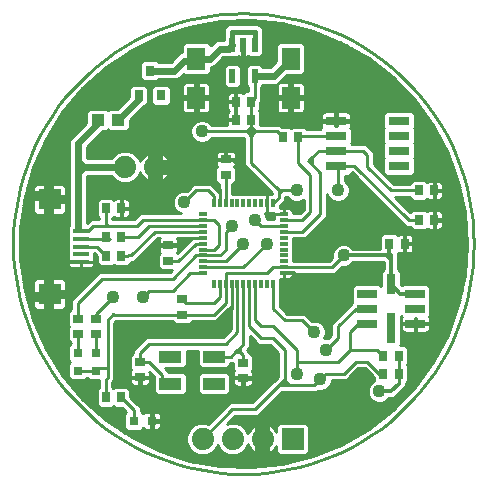
<source format=gtl>
G75*
G70*
%OFA0B0*%
%FSLAX24Y24*%
%IPPOS*%
%LPD*%
%AMOC8*
5,1,8,0,0,1.08239X$1,22.5*
%
%ADD10C,0.0100*%
%ADD11R,0.0315X0.0118*%
%ADD12R,0.0118X0.0315*%
%ADD13R,0.0748X0.0433*%
%ADD14R,0.0354X0.0276*%
%ADD15R,0.0551X0.0138*%
%ADD16R,0.0748X0.0709*%
%ADD17R,0.0276X0.0354*%
%ADD18R,0.0217X0.0472*%
%ADD19R,0.0630X0.0748*%
%ADD20R,0.0315X0.0354*%
%ADD21R,0.0433X0.0394*%
%ADD22R,0.0315X0.0315*%
%ADD23R,0.0740X0.0740*%
%ADD24C,0.0740*%
%ADD25R,0.0709X0.0315*%
%ADD26R,0.0315X0.0984*%
%ADD27R,0.0315X0.0657*%
%ADD28R,0.0657X0.0315*%
%ADD29C,0.0436*%
%ADD30C,0.0120*%
%ADD31C,0.0320*%
%ADD32C,0.0500*%
%ADD33C,0.0160*%
%ADD34C,0.0240*%
D10*
X002463Y002647D02*
X001794Y003444D01*
X001243Y004326D01*
X000820Y005277D01*
X000533Y006277D01*
X000388Y007307D01*
X000388Y008347D01*
X000533Y009378D01*
X000820Y010378D01*
X001243Y011328D01*
X001794Y012210D01*
X002463Y013007D01*
X003236Y013703D01*
X004099Y014285D01*
X005034Y014741D01*
X006023Y015063D01*
X007048Y015243D01*
X008087Y015280D01*
X009122Y015171D01*
X010132Y014919D01*
X011096Y014530D01*
X011997Y014009D01*
X012817Y013369D01*
X012817Y013369D01*
X013540Y012621D01*
X014151Y011779D01*
X014640Y010860D01*
X014995Y009883D01*
X015212Y008865D01*
X015284Y007827D01*
X015212Y006789D01*
X014995Y005772D01*
X014640Y004794D01*
X014151Y003875D01*
X013540Y003034D01*
X012817Y002285D01*
X011997Y001645D01*
X011096Y001125D01*
X010132Y000735D01*
X009122Y000483D01*
X008087Y000375D01*
X007048Y000411D01*
X006023Y000592D01*
X005034Y000913D01*
X004099Y001369D01*
X003236Y001951D01*
X002463Y002647D01*
X002501Y002613D02*
X002933Y002613D01*
X002933Y002711D02*
X002409Y002711D01*
X002327Y002810D02*
X002933Y002810D01*
X002933Y002908D02*
X002244Y002908D01*
X002161Y003007D02*
X002983Y003007D01*
X003021Y003044D02*
X002933Y002957D01*
X002933Y002461D01*
X003032Y002362D01*
X003449Y002362D01*
X003496Y002410D01*
X003544Y002362D01*
X003788Y002362D01*
X003929Y002221D01*
X003858Y002150D01*
X003858Y001694D01*
X003958Y001594D01*
X004413Y001594D01*
X004496Y001677D01*
X004498Y001672D01*
X004526Y001644D01*
X004561Y001624D01*
X004599Y001614D01*
X004747Y001614D01*
X004747Y001893D01*
X004805Y001893D01*
X004805Y001950D01*
X005083Y001950D01*
X005083Y002099D01*
X005073Y002137D01*
X005053Y002171D01*
X005026Y002199D01*
X004991Y002219D01*
X004953Y002229D01*
X004805Y002229D01*
X004805Y001950D01*
X004747Y001950D01*
X004747Y002229D01*
X004599Y002229D01*
X004561Y002219D01*
X004526Y002199D01*
X004498Y002171D01*
X004496Y002167D01*
X004413Y002249D01*
X004405Y002249D01*
X004405Y002367D01*
X004277Y002496D01*
X004060Y002712D01*
X004060Y002957D01*
X003961Y003056D01*
X003544Y003056D01*
X003496Y003009D01*
X003461Y003044D01*
X003461Y003208D01*
X003520Y003268D01*
X003520Y005177D01*
X003576Y005233D01*
X005460Y005233D01*
X005548Y005145D01*
X006043Y005145D01*
X006131Y005233D01*
X006922Y005233D01*
X007328Y005639D01*
X007410Y005721D01*
X007410Y004966D01*
X007145Y004701D01*
X004586Y004701D01*
X004287Y004401D01*
X004158Y004273D01*
X004158Y004189D01*
X003520Y004189D01*
X003520Y004287D02*
X004173Y004287D01*
X004158Y004189D02*
X004131Y004189D01*
X004031Y004089D01*
X004031Y003672D01*
X004093Y003611D01*
X004081Y003599D01*
X004061Y003565D01*
X004051Y003526D01*
X004051Y003388D01*
X004359Y003388D01*
X004359Y003350D01*
X004051Y003350D01*
X004051Y003211D01*
X004061Y003173D01*
X004081Y003139D01*
X004109Y003111D01*
X004143Y003091D01*
X004181Y003081D01*
X004359Y003081D01*
X004359Y003350D01*
X004397Y003350D01*
X004397Y003081D01*
X004575Y003081D01*
X004613Y003091D01*
X004648Y003111D01*
X004676Y003139D01*
X004695Y003173D01*
X004706Y003211D01*
X004706Y003350D01*
X004397Y003350D01*
X004397Y003388D01*
X004706Y003388D01*
X004706Y003526D01*
X004696Y003560D01*
X004844Y003413D01*
X004844Y002867D01*
X004943Y002767D01*
X005832Y002767D01*
X005932Y002867D01*
X005932Y003441D01*
X005832Y003540D01*
X005338Y003540D01*
X005214Y003665D01*
X005214Y003665D01*
X005206Y003673D01*
X005832Y003673D01*
X005932Y003772D01*
X005932Y004261D01*
X006300Y004261D01*
X006300Y003772D01*
X006400Y003673D01*
X007289Y003673D01*
X007389Y003772D01*
X007389Y003839D01*
X007466Y003839D01*
X007466Y003654D01*
X007528Y003593D01*
X007516Y003581D01*
X007496Y003546D01*
X007486Y003508D01*
X007486Y003370D01*
X007794Y003370D01*
X007794Y003332D01*
X007486Y003332D01*
X007486Y003193D01*
X007496Y003155D01*
X007516Y003121D01*
X007544Y003093D01*
X007578Y003073D01*
X007616Y003063D01*
X007794Y003063D01*
X007794Y003332D01*
X007832Y003332D01*
X007832Y003370D01*
X008140Y003370D01*
X008140Y003508D01*
X008130Y003546D01*
X008110Y003581D01*
X008098Y003593D01*
X008160Y003654D01*
X008160Y004071D01*
X008061Y004170D01*
X008033Y004170D01*
X008033Y004192D01*
X007941Y004284D01*
X008047Y004390D01*
X008047Y004737D01*
X008198Y004586D01*
X008327Y004458D01*
X008720Y004458D01*
X008985Y004193D01*
X008985Y003391D01*
X008917Y003323D01*
X008130Y002535D01*
X007369Y002535D01*
X006657Y001824D01*
X006571Y001859D01*
X006357Y001859D01*
X006158Y001777D01*
X006006Y001625D01*
X005924Y001427D01*
X005924Y001212D01*
X006006Y001014D01*
X006158Y000862D01*
X006357Y000779D01*
X006571Y000779D01*
X006770Y000862D01*
X006922Y001014D01*
X006964Y001115D01*
X007006Y001014D01*
X007158Y000862D01*
X007357Y000779D01*
X007571Y000779D01*
X007770Y000862D01*
X007922Y001014D01*
X007975Y001142D01*
X007982Y001120D01*
X008019Y001047D01*
X008067Y000981D01*
X008125Y000923D01*
X008191Y000875D01*
X008264Y000838D01*
X008342Y000812D01*
X008414Y000801D01*
X008414Y001269D01*
X008514Y001269D01*
X008514Y000801D01*
X008586Y000812D01*
X008664Y000838D01*
X008737Y000875D01*
X008803Y000923D01*
X008861Y000981D01*
X008909Y001047D01*
X008924Y001077D01*
X008924Y000879D01*
X009024Y000779D01*
X009904Y000779D01*
X010004Y000879D01*
X010004Y001760D01*
X009904Y001859D01*
X009024Y001859D01*
X008924Y001760D01*
X008924Y001562D01*
X008909Y001592D01*
X008861Y001658D01*
X008803Y001716D01*
X008737Y001764D01*
X008664Y001801D01*
X008586Y001827D01*
X008514Y001838D01*
X008514Y001369D01*
X008414Y001369D01*
X008414Y001838D01*
X008342Y001827D01*
X008264Y001801D01*
X008191Y001764D01*
X008125Y001716D01*
X008067Y001658D01*
X008019Y001592D01*
X007982Y001519D01*
X007975Y001497D01*
X007922Y001625D01*
X007770Y001777D01*
X007571Y001859D01*
X007357Y001859D01*
X007286Y001830D01*
X007551Y002095D01*
X008312Y002095D01*
X008441Y002224D01*
X008441Y002224D01*
X009099Y002883D01*
X010280Y002883D01*
X010309Y002911D01*
X010463Y002911D01*
X010606Y002971D01*
X010715Y003080D01*
X010774Y003222D01*
X010774Y003276D01*
X011265Y003276D01*
X011394Y003405D01*
X011658Y003670D01*
X011870Y003670D01*
X012135Y003405D01*
X012185Y003355D01*
X012185Y003256D01*
X012135Y003235D01*
X012026Y003126D01*
X011967Y002983D01*
X011967Y002829D01*
X012026Y002686D01*
X012135Y002577D01*
X012278Y002518D01*
X012432Y002518D01*
X012575Y002577D01*
X012674Y002676D01*
X012844Y002676D01*
X012978Y002811D01*
X013234Y003067D01*
X013234Y003171D01*
X013312Y003249D01*
X013312Y003744D01*
X013264Y003792D01*
X013312Y003839D01*
X013312Y004335D01*
X013213Y004434D01*
X013060Y004434D01*
X013076Y004450D01*
X013076Y005421D01*
X013103Y005394D01*
X013093Y005377D01*
X013083Y005339D01*
X013083Y005191D01*
X013533Y005191D01*
X013533Y005334D01*
X013590Y005334D01*
X013590Y005191D01*
X013533Y005191D01*
X013533Y005133D01*
X013590Y005133D01*
X013590Y004854D01*
X013910Y004854D01*
X013948Y004865D01*
X013982Y004884D01*
X014010Y004912D01*
X014030Y004946D01*
X014040Y004985D01*
X014040Y005133D01*
X013590Y005133D01*
X013590Y005191D01*
X014040Y005191D01*
X014040Y005339D01*
X014030Y005377D01*
X014020Y005394D01*
X014060Y005434D01*
X014060Y005890D01*
X014038Y005912D01*
X014060Y005934D01*
X014060Y006390D01*
X013961Y006489D01*
X013162Y006489D01*
X013111Y006438D01*
X013076Y006473D01*
X013076Y006874D01*
X012978Y006971D01*
X012978Y007526D01*
X013005Y007510D01*
X013044Y007500D01*
X013182Y007500D01*
X013182Y007808D01*
X013220Y007808D01*
X013220Y007500D01*
X013359Y007500D01*
X013397Y007510D01*
X013431Y007530D01*
X013459Y007558D01*
X013479Y007592D01*
X013489Y007630D01*
X013489Y007808D01*
X013220Y007808D01*
X013220Y007846D01*
X013182Y007846D01*
X013182Y008154D01*
X013044Y008154D01*
X013005Y008144D01*
X012971Y008124D01*
X012959Y008112D01*
X012898Y008174D01*
X012481Y008174D01*
X012382Y008075D01*
X012382Y007663D01*
X011492Y007663D01*
X011393Y007762D01*
X011251Y007822D01*
X011096Y007822D01*
X010954Y007762D01*
X010845Y007653D01*
X010786Y007511D01*
X010786Y007356D01*
X010689Y007260D01*
X009493Y007260D01*
X009493Y008001D01*
X009887Y008001D01*
X010016Y008130D01*
X010477Y008591D01*
X010606Y008720D01*
X010606Y009479D01*
X010648Y009379D01*
X010757Y009270D01*
X010900Y009211D01*
X011054Y009211D01*
X011197Y009270D01*
X011306Y009379D01*
X011365Y009522D01*
X011365Y009676D01*
X011306Y009819D01*
X011197Y009928D01*
X011197Y010096D01*
X011336Y010096D01*
X011435Y010196D01*
X011435Y010204D01*
X011439Y010204D01*
X013119Y008523D01*
X013248Y008395D01*
X013366Y008395D01*
X013366Y008367D01*
X013465Y008267D01*
X013882Y008267D01*
X013944Y008329D01*
X013956Y008317D01*
X013990Y008298D01*
X014028Y008287D01*
X014167Y008287D01*
X014167Y008596D01*
X014204Y008596D01*
X014204Y008287D01*
X014343Y008287D01*
X014381Y008298D01*
X014415Y008317D01*
X014443Y008345D01*
X014463Y008380D01*
X014473Y008418D01*
X014473Y008596D01*
X014204Y008596D01*
X014204Y008633D01*
X014473Y008633D01*
X014473Y008811D01*
X014463Y008850D01*
X014443Y008884D01*
X014415Y008912D01*
X014381Y008932D01*
X014343Y008942D01*
X014204Y008942D01*
X014204Y008633D01*
X014167Y008633D01*
X014167Y008942D01*
X014028Y008942D01*
X013990Y008932D01*
X013956Y008912D01*
X013944Y008900D01*
X013882Y008962D01*
X013465Y008962D01*
X013384Y008880D01*
X012886Y009379D01*
X013366Y009379D01*
X013366Y009351D01*
X013465Y009252D01*
X013882Y009252D01*
X013944Y009313D01*
X013956Y009302D01*
X013990Y009282D01*
X014028Y009272D01*
X014167Y009272D01*
X014167Y009580D01*
X014204Y009580D01*
X014204Y009272D01*
X014343Y009272D01*
X014381Y009282D01*
X014415Y009302D01*
X014443Y009330D01*
X014463Y009364D01*
X014473Y009402D01*
X014473Y009580D01*
X014204Y009580D01*
X014204Y009618D01*
X014167Y009618D01*
X014167Y009926D01*
X014028Y009926D01*
X013990Y009916D01*
X013956Y009896D01*
X013944Y009884D01*
X013882Y009946D01*
X013465Y009946D01*
X013366Y009846D01*
X013366Y009819D01*
X012840Y009819D01*
X012181Y010477D01*
X012181Y010871D01*
X012052Y011000D01*
X011908Y011144D01*
X011435Y011144D01*
X011435Y011152D01*
X011413Y011174D01*
X011435Y011196D01*
X011435Y011652D01*
X011395Y011691D01*
X011405Y011708D01*
X011415Y011746D01*
X011415Y011895D01*
X010940Y011895D01*
X010940Y011952D01*
X011415Y011952D01*
X011415Y012101D01*
X011405Y012139D01*
X011385Y012173D01*
X011357Y012201D01*
X011323Y012221D01*
X011285Y012231D01*
X010940Y012231D01*
X010940Y011952D01*
X010882Y011952D01*
X010882Y011895D01*
X010407Y011895D01*
X010407Y011746D01*
X010417Y011708D01*
X010427Y011691D01*
X010387Y011652D01*
X010387Y011644D01*
X009940Y011644D01*
X009866Y011718D01*
X009450Y011718D01*
X009402Y011670D01*
X009354Y011718D01*
X009110Y011718D01*
X009040Y011787D01*
X008391Y011787D01*
X008391Y012209D01*
X008343Y012256D01*
X008391Y012304D01*
X008391Y012548D01*
X008421Y012579D01*
X008421Y013053D01*
X008479Y013111D01*
X008479Y013128D01*
X008889Y013128D01*
X008975Y013163D01*
X008967Y013155D01*
X008947Y013121D01*
X008937Y013083D01*
X008937Y012739D01*
X009352Y012739D01*
X009352Y012639D01*
X009452Y012639D01*
X009452Y012165D01*
X009737Y012165D01*
X009775Y012176D01*
X009809Y012195D01*
X009837Y012223D01*
X009857Y012257D01*
X009867Y012296D01*
X009867Y012639D01*
X009452Y012639D01*
X009452Y012739D01*
X009867Y012739D01*
X009867Y013083D01*
X009857Y013121D01*
X009837Y013155D01*
X009809Y013183D01*
X009775Y013203D01*
X009737Y013213D01*
X009452Y013213D01*
X009452Y012739D01*
X009352Y012739D01*
X009352Y013213D01*
X009067Y013213D01*
X009029Y013203D01*
X009023Y013200D01*
X009268Y013445D01*
X009787Y013445D01*
X009887Y013544D01*
X009887Y014433D01*
X009787Y014533D01*
X009017Y014533D01*
X008917Y014433D01*
X008917Y013914D01*
X008711Y013708D01*
X008479Y013708D01*
X008479Y013724D01*
X008380Y013824D01*
X008022Y013824D01*
X007923Y013724D01*
X007923Y013504D01*
X007911Y013475D01*
X007911Y013360D01*
X007923Y013332D01*
X007923Y013111D01*
X007981Y013053D01*
X007981Y012899D01*
X007875Y012899D01*
X007813Y012837D01*
X007801Y012849D01*
X007767Y012869D01*
X007729Y012879D01*
X007590Y012879D01*
X007590Y012570D01*
X007552Y012570D01*
X007552Y012533D01*
X007283Y012533D01*
X007283Y012355D01*
X007294Y012317D01*
X007313Y012282D01*
X007339Y012256D01*
X007313Y012230D01*
X007294Y012196D01*
X007283Y012158D01*
X007283Y011980D01*
X007552Y011980D01*
X007552Y011942D01*
X007283Y011942D01*
X007283Y011787D01*
X006778Y011787D01*
X006669Y011896D01*
X006526Y011955D01*
X006372Y011955D01*
X006229Y011896D01*
X006120Y011787D01*
X006061Y011645D01*
X006061Y011490D01*
X006120Y011347D01*
X006229Y011238D01*
X006372Y011179D01*
X006526Y011179D01*
X006669Y011238D01*
X006778Y011347D01*
X007854Y011347D01*
X007863Y011338D01*
X007863Y010433D01*
X008788Y009508D01*
X008788Y009493D01*
X008682Y009493D01*
X008662Y009473D01*
X008615Y009473D01*
X008615Y009426D01*
X008615Y009426D01*
X008615Y009426D01*
X008615Y009473D01*
X008567Y009473D01*
X008547Y009493D01*
X007457Y009493D01*
X007457Y009823D01*
X007484Y009823D01*
X007584Y009922D01*
X007584Y010339D01*
X007522Y010400D01*
X007534Y010412D01*
X007554Y010446D01*
X007564Y010485D01*
X007564Y010623D01*
X007256Y010623D01*
X007256Y010661D01*
X007564Y010661D01*
X007564Y010800D01*
X007554Y010838D01*
X007534Y010872D01*
X007506Y010900D01*
X007472Y010920D01*
X007434Y010930D01*
X007256Y010930D01*
X007256Y010661D01*
X007218Y010661D01*
X007218Y010930D01*
X007040Y010930D01*
X007002Y010920D01*
X006967Y010900D01*
X006939Y010872D01*
X006920Y010838D01*
X006909Y010800D01*
X006909Y010661D01*
X007218Y010661D01*
X007218Y010623D01*
X006909Y010623D01*
X006909Y010485D01*
X006920Y010446D01*
X006939Y010412D01*
X006951Y010400D01*
X006889Y010339D01*
X006889Y009922D01*
X006989Y009823D01*
X007017Y009823D01*
X007017Y009539D01*
X006866Y009690D01*
X006737Y009819D01*
X006161Y009819D01*
X006032Y009690D01*
X005936Y009593D01*
X005781Y009593D01*
X005639Y009534D01*
X005530Y009425D01*
X005471Y009282D01*
X005471Y009128D01*
X005530Y008985D01*
X005639Y008876D01*
X005739Y008835D01*
X004390Y008835D01*
X004193Y008638D01*
X003461Y008638D01*
X003461Y008673D01*
X003511Y008723D01*
X003522Y008711D01*
X003557Y008691D01*
X003595Y008681D01*
X003733Y008681D01*
X003733Y008989D01*
X003771Y008989D01*
X003771Y008681D01*
X003910Y008681D01*
X003948Y008691D01*
X003982Y008711D01*
X004010Y008739D01*
X004030Y008773D01*
X004040Y008811D01*
X004040Y008989D01*
X003771Y008989D01*
X003771Y009027D01*
X003733Y009027D01*
X003733Y009335D01*
X003595Y009335D01*
X003557Y009325D01*
X003522Y009305D01*
X003511Y009294D01*
X003449Y009355D01*
X003032Y009355D01*
X002933Y009256D01*
X002933Y008761D01*
X003021Y008673D01*
X003021Y008638D01*
X002736Y008638D01*
X002605Y008507D01*
X002605Y010090D01*
X002612Y010096D01*
X003410Y010096D01*
X003417Y010080D01*
X003569Y009928D01*
X003767Y009846D01*
X003982Y009846D01*
X004180Y009928D01*
X004332Y010080D01*
X004385Y010209D01*
X004393Y010187D01*
X004430Y010114D01*
X004478Y010047D01*
X004536Y009990D01*
X004602Y009941D01*
X004675Y009904D01*
X004753Y009879D01*
X004824Y009868D01*
X004824Y010336D01*
X004924Y010336D01*
X004924Y009868D01*
X004996Y009879D01*
X005074Y009904D01*
X005147Y009941D01*
X005213Y009990D01*
X005271Y010047D01*
X005319Y010114D01*
X005356Y010187D01*
X005382Y010264D01*
X005393Y010336D01*
X004924Y010336D01*
X004924Y010436D01*
X004824Y010436D01*
X004824Y010905D01*
X004753Y010893D01*
X004675Y010868D01*
X004602Y010831D01*
X004536Y010783D01*
X004478Y010725D01*
X004430Y010659D01*
X004393Y010586D01*
X004385Y010564D01*
X004332Y010692D01*
X004180Y010844D01*
X003982Y010926D01*
X003767Y010926D01*
X003569Y010844D01*
X003417Y010692D01*
X003410Y010676D01*
X002612Y010676D01*
X002605Y010683D01*
X002605Y011054D01*
X003146Y011594D01*
X003268Y011594D01*
X003315Y011642D01*
X003363Y011594D01*
X003937Y011594D01*
X004037Y011694D01*
X004037Y011937D01*
X004516Y012417D01*
X004563Y012417D01*
X004663Y012517D01*
X004663Y013012D01*
X004563Y013111D01*
X004107Y013111D01*
X004008Y013012D01*
X004008Y012729D01*
X003607Y012328D01*
X003363Y012328D01*
X003315Y012280D01*
X003268Y012328D01*
X002694Y012328D01*
X002594Y012228D01*
X002594Y011863D01*
X002151Y011419D01*
X002070Y011338D01*
X002025Y011231D01*
X002025Y008439D01*
X001967Y008380D01*
X001967Y007334D01*
X001988Y007312D01*
X001987Y007306D01*
X001987Y007217D01*
X002412Y007217D01*
X002412Y007217D01*
X001987Y007217D01*
X001987Y007128D01*
X001997Y007090D01*
X002017Y007056D01*
X002045Y007028D01*
X002079Y007008D01*
X002117Y006998D01*
X002412Y006998D01*
X002412Y007217D01*
X002412Y007217D01*
X002412Y006998D01*
X002708Y006998D01*
X002746Y007008D01*
X002780Y007028D01*
X002808Y007056D01*
X002828Y007090D01*
X002838Y007128D01*
X002838Y007217D01*
X002838Y007306D01*
X002836Y007312D01*
X002858Y007334D01*
X002858Y007509D01*
X002860Y007509D01*
X002944Y007425D01*
X002944Y007181D01*
X003043Y007082D01*
X003460Y007082D01*
X003507Y007129D01*
X003555Y007082D01*
X003972Y007082D01*
X004071Y007181D01*
X004071Y007213D01*
X004090Y007213D01*
X004178Y007213D01*
X004180Y007216D01*
X004183Y007216D01*
X004244Y007280D01*
X004966Y008001D01*
X005034Y008001D01*
X005030Y007996D01*
X005010Y007962D01*
X005000Y007924D01*
X005000Y007785D01*
X005308Y007785D01*
X005308Y007748D01*
X005000Y007748D01*
X005000Y007609D01*
X005010Y007571D01*
X005030Y007537D01*
X005042Y007525D01*
X004980Y007463D01*
X004980Y007047D01*
X005080Y006947D01*
X005455Y006947D01*
X005374Y006866D01*
X003012Y006866D01*
X002224Y006079D01*
X002095Y005950D01*
X002095Y005635D01*
X002068Y005635D01*
X001968Y005535D01*
X001968Y005119D01*
X002016Y005071D01*
X001968Y005024D01*
X001968Y004607D01*
X002068Y004508D01*
X002082Y004508D01*
X001988Y004413D01*
X001988Y003958D01*
X002055Y003890D01*
X001988Y003823D01*
X001988Y003367D01*
X002087Y003267D01*
X002543Y003267D01*
X002611Y003335D01*
X002678Y003267D01*
X003021Y003267D01*
X003021Y003044D01*
X003021Y003105D02*
X002079Y003105D01*
X001996Y003204D02*
X003021Y003204D01*
X003241Y003300D02*
X003241Y002709D01*
X002933Y002514D02*
X002611Y002514D01*
X002720Y002416D02*
X002979Y002416D01*
X002829Y002317D02*
X003833Y002317D01*
X003927Y002219D02*
X002939Y002219D01*
X003048Y002120D02*
X003858Y002120D01*
X003858Y002022D02*
X003158Y002022D01*
X003277Y001923D02*
X003858Y001923D01*
X003858Y001825D02*
X003423Y001825D01*
X003569Y001726D02*
X003858Y001726D01*
X003924Y001628D02*
X003715Y001628D01*
X003861Y001529D02*
X005966Y001529D01*
X005926Y001431D02*
X004008Y001431D01*
X004175Y001332D02*
X005924Y001332D01*
X005924Y001234D02*
X004377Y001234D01*
X004578Y001135D02*
X005956Y001135D01*
X005997Y001037D02*
X004780Y001037D01*
X004982Y000938D02*
X006082Y000938D01*
X006212Y000840D02*
X005260Y000840D01*
X005563Y000741D02*
X010146Y000741D01*
X009964Y000840D02*
X010390Y000840D01*
X010634Y000938D02*
X010004Y000938D01*
X010004Y001037D02*
X010878Y001037D01*
X011114Y001135D02*
X010004Y001135D01*
X010004Y001234D02*
X011285Y001234D01*
X011455Y001332D02*
X010004Y001332D01*
X010004Y001431D02*
X011626Y001431D01*
X011796Y001529D02*
X010004Y001529D01*
X010004Y001628D02*
X011967Y001628D01*
X012101Y001726D02*
X010004Y001726D01*
X009939Y001825D02*
X012227Y001825D01*
X012353Y001923D02*
X007379Y001923D01*
X007477Y002022D02*
X012479Y002022D01*
X012605Y002120D02*
X008337Y002120D01*
X008435Y002219D02*
X012731Y002219D01*
X012847Y002317D02*
X008534Y002317D01*
X008632Y002416D02*
X012943Y002416D01*
X013038Y002514D02*
X008731Y002514D01*
X008829Y002613D02*
X012099Y002613D01*
X012015Y002711D02*
X008928Y002711D01*
X009026Y002810D02*
X011975Y002810D01*
X011967Y002908D02*
X010306Y002908D01*
X010189Y003103D02*
X009363Y003103D01*
X009205Y003260D01*
X009205Y003103D01*
X009008Y003103D01*
X008221Y002315D01*
X007460Y002315D01*
X006464Y001319D01*
X006846Y000938D02*
X007082Y000938D01*
X006997Y001037D02*
X006931Y001037D01*
X006716Y000840D02*
X007212Y000840D01*
X006851Y000446D02*
X008763Y000446D01*
X008667Y000840D02*
X008964Y000840D01*
X008924Y000938D02*
X008818Y000938D01*
X008901Y001037D02*
X008924Y001037D01*
X008514Y001037D02*
X008414Y001037D01*
X008414Y001135D02*
X008514Y001135D01*
X008514Y001234D02*
X008414Y001234D01*
X008414Y001431D02*
X008514Y001431D01*
X008514Y001529D02*
X008414Y001529D01*
X008414Y001628D02*
X008514Y001628D01*
X008514Y001726D02*
X008414Y001726D01*
X008414Y001825D02*
X008514Y001825D01*
X008592Y001825D02*
X008989Y001825D01*
X008924Y001726D02*
X008789Y001726D01*
X008883Y001628D02*
X008924Y001628D01*
X008336Y001825D02*
X007656Y001825D01*
X007821Y001726D02*
X008139Y001726D01*
X008045Y001628D02*
X007920Y001628D01*
X007962Y001529D02*
X007987Y001529D01*
X007972Y001135D02*
X007977Y001135D01*
X007931Y001037D02*
X008027Y001037D01*
X008110Y000938D02*
X007846Y000938D01*
X007716Y000840D02*
X008261Y000840D01*
X008414Y000840D02*
X008514Y000840D01*
X008514Y000938D02*
X008414Y000938D01*
X009366Y000544D02*
X006293Y000544D01*
X005866Y000643D02*
X009761Y000643D01*
X008207Y002613D02*
X004160Y002613D01*
X004062Y002711D02*
X008305Y002711D01*
X008404Y002810D02*
X007331Y002810D01*
X007289Y002767D02*
X007389Y002867D01*
X007389Y003441D01*
X007289Y003540D01*
X006400Y003540D01*
X006300Y003441D01*
X006300Y002867D01*
X006400Y002767D01*
X007289Y002767D01*
X007389Y002908D02*
X008502Y002908D01*
X008601Y003007D02*
X007389Y003007D01*
X007389Y003105D02*
X007532Y003105D01*
X007486Y003204D02*
X007389Y003204D01*
X007389Y003302D02*
X007486Y003302D01*
X007486Y003401D02*
X007389Y003401D01*
X007330Y003499D02*
X007486Y003499D01*
X007523Y003598D02*
X005281Y003598D01*
X005122Y003445D02*
X004687Y003881D01*
X004378Y003881D01*
X004378Y004181D01*
X004678Y004481D01*
X007237Y004481D01*
X007630Y004874D01*
X007630Y006489D01*
X007433Y006489D02*
X007433Y005662D01*
X007040Y005268D01*
X007040Y005071D01*
X004481Y005071D01*
X003890Y004481D01*
X003890Y003300D01*
X004756Y002433D01*
X004756Y001922D01*
X004805Y001923D02*
X006756Y001923D01*
X006658Y001825D02*
X006656Y001825D01*
X006855Y002022D02*
X005083Y002022D01*
X005078Y002120D02*
X006953Y002120D01*
X007052Y002219D02*
X004992Y002219D01*
X004805Y002219D02*
X004747Y002219D01*
X004747Y002120D02*
X004805Y002120D01*
X004805Y002022D02*
X004747Y002022D01*
X004805Y001893D02*
X005083Y001893D01*
X005083Y001744D01*
X005073Y001706D01*
X005053Y001672D01*
X005026Y001644D01*
X004991Y001624D01*
X004953Y001614D01*
X004805Y001614D01*
X004805Y001893D01*
X004805Y001825D02*
X004747Y001825D01*
X004747Y001726D02*
X004805Y001726D01*
X004805Y001628D02*
X004747Y001628D01*
X004555Y001628D02*
X004447Y001628D01*
X004185Y001922D02*
X004185Y002276D01*
X003752Y002709D01*
X004060Y002810D02*
X004901Y002810D01*
X004844Y002908D02*
X004060Y002908D01*
X004010Y003007D02*
X004844Y003007D01*
X004844Y003105D02*
X004637Y003105D01*
X004703Y003204D02*
X004844Y003204D01*
X004844Y003302D02*
X004706Y003302D01*
X004706Y003401D02*
X004844Y003401D01*
X004758Y003499D02*
X004706Y003499D01*
X004397Y003302D02*
X004359Y003302D01*
X004359Y003204D02*
X004397Y003204D01*
X004397Y003105D02*
X004359Y003105D01*
X004120Y003105D02*
X003461Y003105D01*
X003461Y003204D02*
X004053Y003204D01*
X004051Y003302D02*
X003520Y003302D01*
X003520Y003401D02*
X004051Y003401D01*
X004051Y003499D02*
X003520Y003499D01*
X003520Y003598D02*
X004080Y003598D01*
X004031Y003696D02*
X003520Y003696D01*
X003520Y003795D02*
X004031Y003795D01*
X004031Y003893D02*
X003520Y003893D01*
X003520Y003992D02*
X004031Y003992D01*
X004032Y004090D02*
X003520Y004090D01*
X003520Y004386D02*
X004271Y004386D01*
X004370Y004484D02*
X003520Y004484D01*
X003520Y004583D02*
X004468Y004583D01*
X004567Y004681D02*
X003520Y004681D01*
X003520Y004780D02*
X007224Y004780D01*
X007323Y004878D02*
X003520Y004878D01*
X003520Y004977D02*
X007410Y004977D01*
X007410Y005075D02*
X003520Y005075D01*
X003520Y005174D02*
X005520Y005174D01*
X005796Y005453D02*
X003508Y005453D01*
X003496Y005465D01*
X003300Y005268D01*
X003300Y003693D01*
X003300Y003359D01*
X003241Y003300D01*
X003300Y003693D02*
X003004Y003693D01*
X002906Y003595D01*
X002315Y003595D01*
X002053Y003302D02*
X001913Y003302D01*
X001988Y003401D02*
X001831Y003401D01*
X001760Y003499D02*
X001988Y003499D01*
X001988Y003598D02*
X001698Y003598D01*
X001637Y003696D02*
X001988Y003696D01*
X001988Y003795D02*
X001575Y003795D01*
X001514Y003893D02*
X002052Y003893D01*
X001988Y003992D02*
X001452Y003992D01*
X001390Y004090D02*
X001988Y004090D01*
X001988Y004189D02*
X001329Y004189D01*
X001267Y004287D02*
X001988Y004287D01*
X001988Y004386D02*
X001216Y004386D01*
X001173Y004484D02*
X002059Y004484D01*
X001993Y004583D02*
X001129Y004583D01*
X001085Y004681D02*
X001968Y004681D01*
X001968Y004780D02*
X001041Y004780D01*
X000997Y004878D02*
X001968Y004878D01*
X001968Y004977D02*
X000953Y004977D01*
X000910Y005075D02*
X002012Y005075D01*
X001968Y005174D02*
X000866Y005174D01*
X000822Y005272D02*
X001968Y005272D01*
X001968Y005371D02*
X000793Y005371D01*
X000765Y005469D02*
X001968Y005469D01*
X002000Y005568D02*
X000736Y005568D01*
X000708Y005666D02*
X000888Y005666D01*
X000924Y005630D02*
X000825Y005729D01*
X000825Y006579D01*
X000924Y006678D01*
X001813Y006678D01*
X001913Y006579D01*
X001913Y005729D01*
X001813Y005630D01*
X000924Y005630D01*
X000825Y005765D02*
X000680Y005765D01*
X000652Y005863D02*
X000825Y005863D01*
X000825Y005962D02*
X000623Y005962D01*
X000595Y006060D02*
X000825Y006060D01*
X000825Y006159D02*
X000567Y006159D01*
X000539Y006257D02*
X000825Y006257D01*
X000825Y006356D02*
X000522Y006356D01*
X000508Y006454D02*
X000825Y006454D01*
X000825Y006553D02*
X000494Y006553D01*
X000480Y006651D02*
X000897Y006651D01*
X001252Y006843D02*
X001331Y007119D01*
X001331Y007040D01*
X001410Y007119D01*
X001410Y006961D01*
X001528Y007000D01*
X001449Y007040D01*
X001489Y007040D02*
X001410Y006843D01*
X001410Y006922D01*
X001489Y007000D01*
X001528Y007000D02*
X001607Y006961D01*
X001489Y007079D01*
X001489Y007158D01*
X001607Y007237D01*
X001528Y007237D01*
X001489Y007197D01*
X001489Y007158D01*
X001489Y007197D02*
X001410Y007119D01*
X001331Y007119D02*
X001331Y007237D01*
X001331Y007729D01*
X001331Y007748D02*
X001331Y008575D01*
X000924Y008779D02*
X000825Y008879D01*
X000825Y009728D01*
X000924Y009828D01*
X001813Y009828D01*
X001913Y009728D01*
X001913Y008879D01*
X001813Y008779D01*
X000924Y008779D01*
X000886Y008818D02*
X000454Y008818D01*
X000440Y008720D02*
X002025Y008720D01*
X002025Y008818D02*
X001852Y008818D01*
X001913Y008917D02*
X002025Y008917D01*
X002025Y009015D02*
X001913Y009015D01*
X001913Y009114D02*
X002025Y009114D01*
X002025Y009212D02*
X001913Y009212D01*
X001922Y009205D02*
X001725Y009205D01*
X001725Y009402D01*
X001331Y009402D01*
X001725Y009402D02*
X001922Y009205D01*
X001922Y009402D01*
X001725Y009205D01*
X001725Y009402D02*
X001922Y009402D01*
X001913Y009409D02*
X002025Y009409D01*
X002025Y009311D02*
X001913Y009311D01*
X001913Y009508D02*
X002025Y009508D01*
X002025Y009606D02*
X001913Y009606D01*
X001913Y009705D02*
X002025Y009705D01*
X002025Y009803D02*
X001838Y009803D01*
X002025Y009902D02*
X000683Y009902D01*
X000711Y010000D02*
X002025Y010000D01*
X002025Y010099D02*
X000740Y010099D01*
X000768Y010197D02*
X002025Y010197D01*
X002025Y010296D02*
X000796Y010296D01*
X000827Y010394D02*
X002025Y010394D01*
X002025Y010493D02*
X000871Y010493D01*
X000915Y010591D02*
X002025Y010591D01*
X002025Y010690D02*
X000959Y010690D01*
X001002Y010788D02*
X002025Y010788D01*
X002025Y010887D02*
X001046Y010887D01*
X001090Y010985D02*
X002025Y010985D01*
X002025Y011084D02*
X001134Y011084D01*
X001178Y011182D02*
X002025Y011182D01*
X002046Y011281D02*
X001222Y011281D01*
X001275Y011379D02*
X002111Y011379D01*
X002151Y011419D02*
X002151Y011419D01*
X002209Y011478D02*
X001336Y011478D01*
X001398Y011576D02*
X002308Y011576D01*
X002406Y011675D02*
X001459Y011675D01*
X001521Y011773D02*
X002505Y011773D01*
X002594Y011872D02*
X001582Y011872D01*
X001644Y011970D02*
X002594Y011970D01*
X002594Y012069D02*
X001706Y012069D01*
X001767Y012167D02*
X002594Y012167D01*
X002631Y012266D02*
X001840Y012266D01*
X001923Y012364D02*
X003643Y012364D01*
X003741Y012463D02*
X002006Y012463D01*
X002088Y012561D02*
X003840Y012561D01*
X003938Y012660D02*
X002171Y012660D01*
X002254Y012758D02*
X004008Y012758D01*
X004008Y012857D02*
X002336Y012857D01*
X002419Y012955D02*
X004008Y012955D01*
X004049Y013054D02*
X002514Y013054D01*
X002624Y013152D02*
X005815Y013152D01*
X005817Y013155D02*
X005798Y013121D01*
X005787Y013083D01*
X005787Y012739D01*
X006202Y012739D01*
X006202Y012639D01*
X006302Y012639D01*
X006302Y012165D01*
X006587Y012165D01*
X006625Y012176D01*
X006659Y012195D01*
X006687Y012223D01*
X006707Y012257D01*
X006717Y012296D01*
X006717Y012639D01*
X006302Y012639D01*
X006302Y012739D01*
X006202Y012739D01*
X006202Y013213D01*
X005918Y013213D01*
X005880Y013203D01*
X005845Y013183D01*
X005817Y013155D01*
X005787Y013054D02*
X005369Y013054D01*
X005411Y013012D02*
X005311Y013111D01*
X004855Y013111D01*
X004756Y013012D01*
X004756Y012517D01*
X004855Y012417D01*
X005311Y012417D01*
X005411Y012517D01*
X005411Y013012D01*
X005411Y012955D02*
X005787Y012955D01*
X005787Y012857D02*
X005411Y012857D01*
X005411Y012758D02*
X005787Y012758D01*
X005787Y012639D02*
X005787Y012296D01*
X005798Y012257D01*
X005817Y012223D01*
X005845Y012195D01*
X005880Y012176D01*
X005918Y012165D01*
X006202Y012165D01*
X006202Y012639D01*
X005787Y012639D01*
X005787Y012561D02*
X005411Y012561D01*
X005411Y012660D02*
X006202Y012660D01*
X006202Y012758D02*
X006302Y012758D01*
X006302Y012739D02*
X006302Y013213D01*
X006587Y013213D01*
X006625Y013203D01*
X006659Y013183D01*
X006687Y013155D01*
X006707Y013121D01*
X006717Y013083D01*
X006717Y012739D01*
X006302Y012739D01*
X006302Y012660D02*
X007283Y012660D01*
X007283Y012748D02*
X007283Y012570D01*
X007552Y012570D01*
X007552Y012879D01*
X007414Y012879D01*
X007376Y012869D01*
X007341Y012849D01*
X007313Y012821D01*
X007294Y012787D01*
X007283Y012748D01*
X007286Y012758D02*
X006717Y012758D01*
X006717Y012857D02*
X007355Y012857D01*
X007274Y013011D02*
X007175Y013111D01*
X007175Y013724D01*
X007274Y013824D01*
X007632Y013824D01*
X007731Y013724D01*
X007731Y013111D01*
X007632Y013011D01*
X007274Y013011D01*
X007232Y013054D02*
X006717Y013054D01*
X006717Y012955D02*
X007981Y012955D01*
X007980Y013054D02*
X007674Y013054D01*
X007731Y013152D02*
X007923Y013152D01*
X007923Y013251D02*
X007731Y013251D01*
X007731Y013349D02*
X007916Y013349D01*
X007911Y013448D02*
X007731Y013448D01*
X007731Y013546D02*
X007923Y013546D01*
X007923Y013645D02*
X007731Y013645D01*
X007713Y013743D02*
X007942Y013743D01*
X008022Y014035D02*
X007992Y014065D01*
X007955Y014055D01*
X007831Y014055D01*
X007831Y014437D01*
X007823Y014437D01*
X007823Y014055D01*
X007699Y014055D01*
X007662Y014065D01*
X007632Y014035D01*
X007397Y014035D01*
X007393Y014033D01*
X007160Y014033D01*
X006869Y013743D01*
X006763Y013699D01*
X006737Y013699D01*
X006737Y013544D01*
X006638Y013445D01*
X005867Y013445D01*
X005825Y013486D01*
X005766Y013427D01*
X005684Y013345D01*
X005578Y013301D01*
X004994Y013301D01*
X004937Y013244D01*
X004481Y013244D01*
X004382Y013343D01*
X004382Y013839D01*
X004481Y013938D01*
X004937Y013938D01*
X004994Y013881D01*
X005400Y013881D01*
X005694Y014175D01*
X005767Y014206D01*
X005767Y014433D01*
X005867Y014533D01*
X006638Y014533D01*
X006737Y014433D01*
X006737Y014431D01*
X006794Y014488D01*
X006875Y014569D01*
X006982Y014613D01*
X007175Y014613D01*
X007175Y014748D01*
X007183Y014757D01*
X007183Y014944D01*
X007222Y015036D01*
X007292Y015106D01*
X007384Y015144D01*
X008271Y015144D01*
X008362Y015106D01*
X008433Y015036D01*
X008471Y014944D01*
X008471Y014757D01*
X008479Y014748D01*
X008479Y014135D01*
X008380Y014035D01*
X008022Y014035D01*
X008019Y014039D02*
X007635Y014039D01*
X007823Y014137D02*
X007831Y014137D01*
X007823Y014236D02*
X007831Y014236D01*
X007823Y014334D02*
X007831Y014334D01*
X007823Y014433D02*
X007831Y014433D01*
X007831Y014446D02*
X007831Y014644D01*
X007823Y014644D01*
X007823Y014446D01*
X007831Y014446D01*
X007823Y014531D02*
X007831Y014531D01*
X007823Y014630D02*
X007831Y014630D01*
X007453Y014441D02*
X007433Y014461D01*
X007175Y014630D02*
X004804Y014630D01*
X004602Y014531D02*
X005865Y014531D01*
X005767Y014433D02*
X004401Y014433D01*
X004199Y014334D02*
X005767Y014334D01*
X005767Y014236D02*
X004025Y014236D01*
X003879Y014137D02*
X005656Y014137D01*
X005558Y014039D02*
X003733Y014039D01*
X003587Y013940D02*
X005459Y013940D01*
X005787Y013448D02*
X005864Y013448D01*
X005688Y013349D02*
X007175Y013349D01*
X007175Y013251D02*
X004944Y013251D01*
X004797Y013054D02*
X004621Y013054D01*
X004663Y012955D02*
X004756Y012955D01*
X004756Y012857D02*
X004663Y012857D01*
X004663Y012758D02*
X004756Y012758D01*
X004756Y012660D02*
X004663Y012660D01*
X004663Y012561D02*
X004756Y012561D01*
X004810Y012463D02*
X004608Y012463D01*
X004463Y012364D02*
X005787Y012364D01*
X005787Y012463D02*
X005356Y012463D01*
X005795Y012266D02*
X004365Y012266D01*
X004266Y012167D02*
X005911Y012167D01*
X006202Y012167D02*
X006302Y012167D01*
X006302Y012266D02*
X006202Y012266D01*
X006202Y012364D02*
X006302Y012364D01*
X006302Y012463D02*
X006202Y012463D01*
X006202Y012561D02*
X006302Y012561D01*
X006302Y012857D02*
X006202Y012857D01*
X006202Y012955D02*
X006302Y012955D01*
X006302Y013054D02*
X006202Y013054D01*
X006202Y013152D02*
X006302Y013152D01*
X006689Y013152D02*
X007175Y013152D01*
X007175Y013448D02*
X006641Y013448D01*
X006737Y013546D02*
X007175Y013546D01*
X007175Y013645D02*
X006737Y013645D01*
X006870Y013743D02*
X007194Y013743D01*
X006968Y013842D02*
X008845Y013842D01*
X008917Y013940D02*
X007067Y013940D01*
X006739Y014433D02*
X006737Y014433D01*
X006639Y014531D02*
X006837Y014531D01*
X007175Y014728D02*
X005006Y014728D01*
X005296Y014827D02*
X007183Y014827D01*
X007183Y014925D02*
X005599Y014925D01*
X005902Y015024D02*
X007216Y015024D01*
X007330Y015122D02*
X006359Y015122D01*
X006918Y015221D02*
X008651Y015221D01*
X008438Y015024D02*
X009714Y015024D01*
X009319Y015122D02*
X008324Y015122D01*
X008471Y014925D02*
X010109Y014925D01*
X010361Y014827D02*
X008471Y014827D01*
X008479Y014728D02*
X010605Y014728D01*
X010849Y014630D02*
X008479Y014630D01*
X008479Y014531D02*
X009015Y014531D01*
X008917Y014433D02*
X008479Y014433D01*
X008479Y014334D02*
X008917Y014334D01*
X008917Y014236D02*
X008479Y014236D01*
X008479Y014137D02*
X008917Y014137D01*
X008917Y014039D02*
X008383Y014039D01*
X008461Y013743D02*
X008746Y013743D01*
X009173Y013349D02*
X012836Y013349D01*
X012931Y013251D02*
X009074Y013251D01*
X008965Y013152D02*
X008948Y013152D01*
X008937Y013054D02*
X008422Y013054D01*
X008421Y012955D02*
X008937Y012955D01*
X008937Y012857D02*
X008421Y012857D01*
X008421Y012758D02*
X008937Y012758D01*
X008937Y012639D02*
X008937Y012296D01*
X008947Y012257D01*
X008967Y012223D01*
X008995Y012195D01*
X009029Y012176D01*
X009067Y012165D01*
X009352Y012165D01*
X009352Y012639D01*
X008937Y012639D01*
X008937Y012561D02*
X008404Y012561D01*
X008391Y012463D02*
X008937Y012463D01*
X008937Y012364D02*
X008391Y012364D01*
X008352Y012266D02*
X008945Y012266D01*
X009061Y012167D02*
X008391Y012167D01*
X008391Y012069D02*
X010407Y012069D01*
X010407Y012101D02*
X010407Y011952D01*
X010882Y011952D01*
X010882Y012231D01*
X010537Y012231D01*
X010499Y012221D01*
X010465Y012201D01*
X010437Y012173D01*
X010417Y012139D01*
X010407Y012101D01*
X010433Y012167D02*
X009743Y012167D01*
X009859Y012266D02*
X013798Y012266D01*
X013726Y012364D02*
X009867Y012364D01*
X009867Y012463D02*
X013654Y012463D01*
X013583Y012561D02*
X009867Y012561D01*
X009867Y012758D02*
X013407Y012758D01*
X013502Y012660D02*
X009452Y012660D01*
X009452Y012758D02*
X009352Y012758D01*
X009352Y012660D02*
X008421Y012660D01*
X008201Y012670D02*
X008083Y012552D01*
X008083Y011961D01*
X008083Y011626D01*
X008083Y011567D02*
X008221Y011567D01*
X008103Y011685D01*
X008063Y011685D02*
X007945Y011567D01*
X008063Y011449D01*
X008103Y011449D02*
X008221Y011567D01*
X008949Y011567D01*
X009146Y011370D01*
X009397Y011675D02*
X009407Y011675D01*
X009055Y011773D02*
X010407Y011773D01*
X010410Y011675D02*
X009909Y011675D01*
X009711Y011424D02*
X009658Y011370D01*
X009658Y010524D01*
X010052Y010130D01*
X010052Y008870D01*
X009796Y008615D01*
X009166Y008615D01*
X009166Y008811D02*
X008615Y008811D01*
X008615Y009166D01*
X008615Y009481D01*
X007453Y010642D01*
X007237Y010642D01*
X006508Y010642D01*
X006370Y010504D01*
X006370Y010307D01*
X006292Y010386D01*
X006252Y010386D01*
X004874Y010386D01*
X004924Y010394D02*
X006945Y010394D01*
X006909Y010493D02*
X005384Y010493D01*
X005382Y010508D02*
X005356Y010586D01*
X005319Y010659D01*
X005271Y010725D01*
X005213Y010783D01*
X005147Y010831D01*
X005074Y010868D01*
X004996Y010893D01*
X004924Y010905D01*
X004924Y010436D01*
X005393Y010436D01*
X005382Y010508D01*
X005354Y010591D02*
X006909Y010591D01*
X006909Y010690D02*
X005297Y010690D01*
X005206Y010788D02*
X006909Y010788D01*
X006954Y010887D02*
X005017Y010887D01*
X004924Y010887D02*
X004824Y010887D01*
X004731Y010887D02*
X004078Y010887D01*
X004236Y010788D02*
X004543Y010788D01*
X004452Y010690D02*
X004333Y010690D01*
X004374Y010591D02*
X004395Y010591D01*
X004381Y010197D02*
X004389Y010197D01*
X004340Y010099D02*
X004441Y010099D01*
X004525Y010000D02*
X004252Y010000D01*
X004115Y009902D02*
X004683Y009902D01*
X004824Y009902D02*
X004924Y009902D01*
X004924Y010000D02*
X004824Y010000D01*
X004824Y010099D02*
X004924Y010099D01*
X004924Y010197D02*
X004824Y010197D01*
X004824Y010296D02*
X004924Y010296D01*
X004924Y010493D02*
X004824Y010493D01*
X004824Y010591D02*
X004924Y010591D01*
X004924Y010690D02*
X004824Y010690D01*
X004824Y010788D02*
X004924Y010788D01*
X005387Y010296D02*
X006889Y010296D01*
X006889Y010197D02*
X005360Y010197D01*
X005308Y010099D02*
X006889Y010099D01*
X006889Y010000D02*
X005224Y010000D01*
X005065Y009902D02*
X006910Y009902D01*
X007017Y009803D02*
X006753Y009803D01*
X006851Y009705D02*
X007017Y009705D01*
X007040Y009638D02*
X006370Y010307D01*
X006252Y010386D02*
X006370Y010504D01*
X006365Y011182D02*
X002734Y011182D01*
X002832Y011281D02*
X006187Y011281D01*
X006107Y011379D02*
X002931Y011379D01*
X003029Y011478D02*
X006066Y011478D01*
X006061Y011576D02*
X003128Y011576D01*
X002635Y011084D02*
X007863Y011084D01*
X007863Y011182D02*
X006533Y011182D01*
X006711Y011281D02*
X007863Y011281D01*
X007945Y011567D02*
X008024Y011567D01*
X008083Y011567D01*
X008083Y010524D01*
X009008Y009599D01*
X009008Y009481D01*
X009126Y009599D01*
X009008Y009599D01*
X009008Y009481D02*
X009008Y009363D01*
X008811Y009166D01*
X009040Y009084D02*
X009040Y009020D01*
X009166Y009020D01*
X009166Y008844D01*
X009166Y008844D01*
X009166Y009020D01*
X009343Y009020D01*
X009381Y009010D01*
X009415Y008991D01*
X009443Y008963D01*
X009463Y008928D01*
X009473Y008890D01*
X009473Y008835D01*
X009705Y008835D01*
X009832Y008962D01*
X009832Y009283D01*
X009819Y009270D01*
X009676Y009211D01*
X009522Y009211D01*
X009379Y009270D01*
X009270Y009379D01*
X009228Y009379D01*
X009228Y009271D01*
X009040Y009084D01*
X009070Y009114D02*
X009832Y009114D01*
X009832Y009212D02*
X009679Y009212D01*
X009518Y009212D02*
X009169Y009212D01*
X009228Y009311D02*
X009338Y009311D01*
X009363Y009015D02*
X009832Y009015D01*
X009786Y008917D02*
X009466Y008917D01*
X009166Y008917D02*
X009166Y008917D01*
X009166Y009015D02*
X009166Y009015D01*
X008906Y008811D02*
X008906Y008811D01*
X008858Y008811D01*
X008858Y008764D01*
X008838Y008744D01*
X008838Y008638D01*
X008609Y008638D01*
X008609Y008692D01*
X008550Y008834D01*
X008546Y008838D01*
X008547Y008838D01*
X008567Y008858D01*
X008615Y008858D01*
X008662Y008858D01*
X008682Y008838D01*
X008858Y008838D01*
X008858Y008811D01*
X008906Y008811D01*
X008858Y008818D02*
X008557Y008818D01*
X008615Y008858D02*
X008615Y008906D01*
X008615Y008858D01*
X008615Y008906D02*
X008615Y008906D01*
X008615Y008906D01*
X008597Y008720D02*
X008838Y008720D01*
X009166Y008418D02*
X008418Y008418D01*
X008221Y008615D01*
X007433Y008418D02*
X007237Y008221D01*
X007237Y007630D01*
X007040Y007433D01*
X006489Y007433D01*
X006252Y007433D01*
X005465Y006646D01*
X003103Y006646D01*
X002315Y005859D01*
X002315Y005327D01*
X002095Y005666D02*
X001850Y005666D01*
X001913Y005765D02*
X002095Y005765D01*
X002095Y005863D02*
X001913Y005863D01*
X001913Y005962D02*
X002107Y005962D01*
X002206Y006060D02*
X001913Y006060D01*
X001922Y006056D02*
X001725Y006252D01*
X001725Y006056D01*
X001331Y006056D01*
X001725Y006056D02*
X001922Y006252D01*
X001922Y006056D01*
X001725Y006056D01*
X001725Y006252D02*
X001922Y006252D01*
X001913Y006257D02*
X002403Y006257D01*
X002501Y006356D02*
X001913Y006356D01*
X001913Y006454D02*
X002600Y006454D01*
X002698Y006553D02*
X001913Y006553D01*
X001841Y006651D02*
X002797Y006651D01*
X002709Y006744D02*
X001823Y006744D01*
X001607Y006961D01*
X001489Y007079D02*
X001331Y007237D01*
X001528Y007237D01*
X001607Y007237D02*
X002512Y007237D01*
X002412Y007217D02*
X002838Y007217D01*
X002412Y007217D01*
X002412Y007217D01*
X002412Y007144D02*
X002412Y007144D01*
X002412Y007045D02*
X002412Y007045D01*
X002797Y007045D02*
X004981Y007045D01*
X004980Y007144D02*
X004034Y007144D01*
X004208Y007242D02*
X004980Y007242D01*
X004980Y007341D02*
X004305Y007341D01*
X004404Y007439D02*
X004980Y007439D01*
X005029Y007538D02*
X004502Y007538D01*
X004601Y007636D02*
X005000Y007636D01*
X005000Y007735D02*
X004699Y007735D01*
X004798Y007833D02*
X005000Y007833D01*
X005071Y007827D02*
X004678Y007433D01*
X004678Y007237D01*
X004382Y006941D01*
X002906Y006941D01*
X002709Y006744D01*
X002895Y006750D02*
X000467Y006750D01*
X000453Y006848D02*
X002994Y006848D01*
X002981Y007144D02*
X002838Y007144D01*
X002838Y007242D02*
X002944Y007242D01*
X002944Y007341D02*
X002858Y007341D01*
X002858Y007439D02*
X002930Y007439D01*
X002952Y007729D02*
X003252Y007429D01*
X002952Y007729D02*
X002412Y007729D01*
X002412Y007985D02*
X003369Y007985D01*
X003232Y008044D01*
X003300Y008418D02*
X002827Y008418D01*
X002650Y008241D01*
X002412Y008241D01*
X002315Y008241D01*
X002315Y008300D01*
X002412Y008241D02*
X002589Y008241D01*
X002605Y008523D02*
X002621Y008523D01*
X002605Y008621D02*
X002719Y008621D01*
X002605Y008720D02*
X002974Y008720D01*
X002933Y008818D02*
X002605Y008818D01*
X002605Y008917D02*
X002933Y008917D01*
X002933Y009015D02*
X002605Y009015D01*
X002605Y009114D02*
X002933Y009114D01*
X002933Y009212D02*
X002605Y009212D01*
X002605Y009311D02*
X002987Y009311D01*
X003241Y009008D02*
X003241Y008477D01*
X003300Y008418D01*
X004284Y008418D01*
X004481Y008615D01*
X006489Y008615D01*
X006843Y008615D01*
X007000Y008457D01*
X007000Y007788D01*
X006843Y007630D01*
X006489Y007630D01*
X006489Y007827D02*
X006252Y007827D01*
X005662Y007237D01*
X005345Y007237D01*
X005327Y007255D01*
X005454Y006947D02*
X000439Y006947D01*
X000425Y007045D02*
X002027Y007045D01*
X001987Y007144D02*
X000411Y007144D01*
X000397Y007242D02*
X001987Y007242D01*
X001967Y007341D02*
X000388Y007341D01*
X000388Y007439D02*
X001967Y007439D01*
X001967Y007538D02*
X000388Y007538D01*
X000388Y007636D02*
X001967Y007636D01*
X001967Y007735D02*
X000388Y007735D01*
X000388Y007833D02*
X001967Y007833D01*
X001967Y007932D02*
X000388Y007932D01*
X000388Y008030D02*
X001967Y008030D01*
X001967Y008129D02*
X000388Y008129D01*
X000388Y008227D02*
X001967Y008227D01*
X001967Y008326D02*
X000388Y008326D01*
X000399Y008424D02*
X002011Y008424D01*
X002025Y008523D02*
X000413Y008523D01*
X000427Y008621D02*
X002025Y008621D01*
X002605Y009409D02*
X005523Y009409D01*
X005482Y009311D02*
X003973Y009311D01*
X003982Y009305D02*
X003948Y009325D01*
X003910Y009335D01*
X003771Y009335D01*
X003771Y009027D01*
X004040Y009027D01*
X004040Y009205D01*
X004030Y009243D01*
X004010Y009278D01*
X003982Y009305D01*
X004038Y009212D02*
X005471Y009212D01*
X005477Y009114D02*
X004040Y009114D01*
X003771Y009114D02*
X003733Y009114D01*
X003733Y009212D02*
X003771Y009212D01*
X003771Y009311D02*
X003733Y009311D01*
X003531Y009311D02*
X003494Y009311D01*
X003771Y009015D02*
X005517Y009015D01*
X005598Y008917D02*
X004040Y008917D01*
X004040Y008818D02*
X004373Y008818D01*
X004275Y008720D02*
X003991Y008720D01*
X003771Y008720D02*
X003733Y008720D01*
X003733Y008818D02*
X003771Y008818D01*
X003771Y008917D02*
X003733Y008917D01*
X003514Y008720D02*
X003507Y008720D01*
X003744Y008044D02*
X004304Y008044D01*
X004678Y008418D01*
X006489Y008418D01*
X006489Y008221D02*
X004874Y008221D01*
X004087Y007433D01*
X003885Y007429D01*
X003763Y007429D01*
X004896Y007932D02*
X005002Y007932D01*
X005071Y007827D02*
X005859Y007827D01*
X006056Y008024D01*
X006489Y008024D01*
X006115Y008001D02*
X005626Y007512D01*
X005612Y007525D01*
X005624Y007537D01*
X005644Y007571D01*
X005654Y007609D01*
X005654Y007748D01*
X005346Y007748D01*
X005346Y007785D01*
X005654Y007785D01*
X005654Y007924D01*
X005644Y007962D01*
X005624Y007996D01*
X005620Y008001D01*
X006115Y008001D01*
X006046Y007932D02*
X005652Y007932D01*
X005654Y007833D02*
X005947Y007833D01*
X005849Y007735D02*
X005654Y007735D01*
X005654Y007636D02*
X005750Y007636D01*
X005652Y007538D02*
X005625Y007538D01*
X006056Y006843D02*
X005465Y006252D01*
X005071Y006252D01*
X004678Y006252D01*
X004481Y006056D01*
X003496Y006056D02*
X002906Y005465D01*
X002906Y005327D01*
X002906Y004815D02*
X002906Y004185D01*
X002315Y004185D02*
X002315Y004815D01*
X002304Y006159D02*
X001913Y006159D01*
X001410Y006882D02*
X001410Y006961D01*
X001331Y007040D02*
X001331Y006882D01*
X000825Y008917D02*
X000468Y008917D01*
X000482Y009015D02*
X000825Y009015D01*
X000825Y009114D02*
X000496Y009114D01*
X000510Y009212D02*
X000825Y009212D01*
X000825Y009311D02*
X000524Y009311D01*
X000542Y009409D02*
X000825Y009409D01*
X000825Y009508D02*
X000570Y009508D01*
X000598Y009606D02*
X000825Y009606D01*
X000825Y009705D02*
X000627Y009705D01*
X000655Y009803D02*
X000900Y009803D01*
X002355Y010150D02*
X002552Y010347D01*
X002552Y010386D01*
X002552Y010426D01*
X002355Y010622D01*
X002605Y010690D02*
X003416Y010690D01*
X003513Y010788D02*
X002605Y010788D01*
X002605Y010887D02*
X003671Y010887D01*
X004017Y011675D02*
X006074Y011675D01*
X006114Y011773D02*
X004037Y011773D01*
X004037Y011872D02*
X006205Y011872D01*
X006449Y011567D02*
X007945Y011567D01*
X008024Y011567D02*
X008037Y011568D01*
X008050Y011573D01*
X008061Y011580D01*
X008070Y011589D01*
X008077Y011600D01*
X008082Y011613D01*
X008083Y011626D01*
X008391Y011872D02*
X010407Y011872D01*
X010407Y011970D02*
X008391Y011970D01*
X008201Y012670D02*
X008201Y013418D01*
X007833Y012857D02*
X007788Y012857D01*
X007590Y012857D02*
X007552Y012857D01*
X007552Y012758D02*
X007590Y012758D01*
X007590Y012660D02*
X007552Y012660D01*
X007552Y012561D02*
X006717Y012561D01*
X006717Y012463D02*
X007283Y012463D01*
X007283Y012364D02*
X006717Y012364D01*
X006709Y012266D02*
X007330Y012266D01*
X007286Y012167D02*
X006593Y012167D01*
X006694Y011872D02*
X007283Y011872D01*
X007283Y012069D02*
X004168Y012069D01*
X004069Y011970D02*
X007552Y011970D01*
X007552Y011980D02*
X007552Y012288D01*
X007552Y012533D01*
X007590Y012533D01*
X007590Y011980D01*
X007552Y011980D01*
X007552Y012069D02*
X007590Y012069D01*
X007590Y012167D02*
X007552Y012167D01*
X007552Y012266D02*
X007590Y012266D01*
X007590Y012364D02*
X007552Y012364D01*
X007552Y012463D02*
X007590Y012463D01*
X007863Y010985D02*
X002605Y010985D01*
X002605Y010000D02*
X003497Y010000D01*
X003633Y009902D02*
X002605Y009902D01*
X002605Y009803D02*
X006145Y009803D01*
X006047Y009705D02*
X002605Y009705D01*
X002605Y009606D02*
X005948Y009606D01*
X006252Y009599D02*
X005859Y009205D01*
X005612Y009508D02*
X002605Y009508D01*
X006056Y006843D02*
X006489Y006843D01*
X006489Y007040D02*
X007827Y007040D01*
X008615Y007827D01*
X009166Y008221D02*
X009796Y008221D01*
X010386Y008811D01*
X010386Y010189D01*
X010111Y010465D01*
X010111Y010701D01*
X010333Y010924D01*
X010911Y010924D01*
X010858Y010977D01*
X010911Y010924D02*
X011817Y010924D01*
X011961Y010780D01*
X011961Y010386D01*
X012748Y009599D01*
X013674Y009599D01*
X013941Y009311D02*
X013947Y009311D01*
X014167Y009311D02*
X014204Y009311D01*
X014204Y009409D02*
X014167Y009409D01*
X014167Y009508D02*
X014204Y009508D01*
X014204Y009606D02*
X015054Y009606D01*
X015033Y009705D02*
X014473Y009705D01*
X014473Y009618D02*
X014473Y009796D01*
X014463Y009834D01*
X014443Y009868D01*
X014415Y009896D01*
X014381Y009916D01*
X014343Y009926D01*
X014204Y009926D01*
X014204Y009618D01*
X014473Y009618D01*
X014473Y009508D02*
X015075Y009508D01*
X015096Y009409D02*
X014473Y009409D01*
X014424Y009311D02*
X015117Y009311D01*
X015138Y009212D02*
X013053Y009212D01*
X013151Y009114D02*
X015159Y009114D01*
X015180Y009015D02*
X013250Y009015D01*
X013348Y008917D02*
X013420Y008917D01*
X013339Y008615D02*
X013674Y008615D01*
X013927Y008917D02*
X013964Y008917D01*
X014167Y008917D02*
X014204Y008917D01*
X014204Y008818D02*
X014167Y008818D01*
X014167Y008720D02*
X014204Y008720D01*
X014204Y008621D02*
X015229Y008621D01*
X015236Y008523D02*
X014473Y008523D01*
X014473Y008424D02*
X015243Y008424D01*
X015249Y008326D02*
X014423Y008326D01*
X014204Y008326D02*
X014167Y008326D01*
X014167Y008424D02*
X014204Y008424D01*
X014204Y008523D02*
X014167Y008523D01*
X013947Y008326D02*
X013940Y008326D01*
X013479Y008062D02*
X013459Y008096D01*
X013431Y008124D01*
X013397Y008144D01*
X013359Y008154D01*
X013220Y008154D01*
X013220Y007846D01*
X013489Y007846D01*
X013489Y008024D01*
X013479Y008062D01*
X013487Y008030D02*
X015270Y008030D01*
X015277Y007932D02*
X013489Y007932D01*
X013489Y007735D02*
X015278Y007735D01*
X015284Y007833D02*
X013220Y007833D01*
X013220Y007735D02*
X013182Y007735D01*
X013182Y007636D02*
X013220Y007636D01*
X013220Y007538D02*
X013182Y007538D01*
X012978Y007439D02*
X015257Y007439D01*
X015250Y007341D02*
X012978Y007341D01*
X012978Y007242D02*
X015243Y007242D01*
X015237Y007144D02*
X012978Y007144D01*
X012978Y007045D02*
X015230Y007045D01*
X015223Y006947D02*
X013003Y006947D01*
X013076Y006848D02*
X015216Y006848D01*
X015212Y006789D02*
X015212Y006789D01*
X015203Y006750D02*
X013076Y006750D01*
X013076Y006651D02*
X015182Y006651D01*
X015161Y006553D02*
X013076Y006553D01*
X013094Y006454D02*
X013127Y006454D01*
X012421Y006454D02*
X012370Y006454D01*
X012335Y006489D02*
X011536Y006489D01*
X011437Y006390D01*
X011437Y005934D01*
X011459Y005912D01*
X011437Y005890D01*
X011437Y005842D01*
X010886Y005291D01*
X010757Y005162D01*
X010757Y004769D01*
X010660Y004672D01*
X010526Y004672D01*
X010577Y004797D01*
X010577Y004952D01*
X010518Y005094D01*
X010409Y005203D01*
X010267Y005263D01*
X010112Y005263D01*
X010016Y005359D01*
X009887Y005488D01*
X009296Y005488D01*
X009031Y005753D01*
X009031Y006252D01*
X009040Y006261D01*
X009040Y006634D01*
X009166Y006634D01*
X009343Y006634D01*
X009381Y006644D01*
X009415Y006664D01*
X009443Y006692D01*
X009463Y006726D01*
X009473Y006764D01*
X009473Y006820D01*
X010871Y006820D01*
X011097Y007045D01*
X011251Y007045D01*
X011393Y007104D01*
X011492Y007203D01*
X012510Y007203D01*
X012518Y007195D01*
X012518Y007181D01*
X012518Y006971D01*
X012421Y006874D01*
X012421Y006403D01*
X012335Y006489D01*
X012421Y006553D02*
X009040Y006553D01*
X009040Y006454D02*
X011501Y006454D01*
X011437Y006356D02*
X009040Y006356D01*
X009037Y006257D02*
X011437Y006257D01*
X011437Y006159D02*
X009031Y006159D01*
X009031Y006060D02*
X011437Y006060D01*
X011437Y005962D02*
X009031Y005962D01*
X009031Y005863D02*
X011437Y005863D01*
X011359Y005765D02*
X009031Y005765D01*
X009118Y005666D02*
X011260Y005666D01*
X011162Y005568D02*
X009217Y005568D01*
X009205Y005268D02*
X009796Y005268D01*
X010189Y004874D01*
X010439Y005174D02*
X010768Y005174D01*
X010757Y005075D02*
X010526Y005075D01*
X010567Y004977D02*
X010757Y004977D01*
X010757Y004878D02*
X010577Y004878D01*
X010570Y004780D02*
X010757Y004780D01*
X010669Y004681D02*
X010529Y004681D01*
X010583Y004284D02*
X010977Y004678D01*
X010977Y005071D01*
X011567Y005662D01*
X011935Y005662D01*
X011935Y005162D02*
X011658Y005162D01*
X011370Y004874D01*
X011370Y004284D01*
X012296Y004284D01*
X012493Y004087D01*
X013004Y004087D02*
X013004Y003496D01*
X013004Y003162D01*
X013174Y003007D02*
X013513Y003007D01*
X013591Y003105D02*
X013234Y003105D01*
X013267Y003204D02*
X013663Y003204D01*
X013735Y003302D02*
X013312Y003302D01*
X013312Y003401D02*
X013806Y003401D01*
X013878Y003499D02*
X013312Y003499D01*
X013312Y003598D02*
X013949Y003598D01*
X014021Y003696D02*
X013312Y003696D01*
X013267Y003795D02*
X014092Y003795D01*
X014161Y003893D02*
X013312Y003893D01*
X013312Y003992D02*
X014213Y003992D01*
X014265Y004090D02*
X013312Y004090D01*
X013312Y004189D02*
X014318Y004189D01*
X014370Y004287D02*
X013312Y004287D01*
X013261Y004386D02*
X014422Y004386D01*
X014475Y004484D02*
X013076Y004484D01*
X013076Y004583D02*
X014527Y004583D01*
X014580Y004681D02*
X013076Y004681D01*
X013076Y004780D02*
X014632Y004780D01*
X014670Y004878D02*
X013971Y004878D01*
X014038Y004977D02*
X014706Y004977D01*
X014742Y005075D02*
X014040Y005075D01*
X014040Y005272D02*
X014814Y005272D01*
X014849Y005371D02*
X014032Y005371D01*
X014060Y005469D02*
X014885Y005469D01*
X014921Y005568D02*
X014060Y005568D01*
X014060Y005666D02*
X014957Y005666D01*
X014993Y005765D02*
X014060Y005765D01*
X014060Y005863D02*
X015015Y005863D01*
X015036Y005962D02*
X014060Y005962D01*
X014060Y006060D02*
X015057Y006060D01*
X015078Y006159D02*
X014060Y006159D01*
X014060Y006257D02*
X015099Y006257D01*
X015120Y006356D02*
X014060Y006356D01*
X013996Y006454D02*
X015140Y006454D01*
X014717Y007237D02*
X013221Y007237D01*
X013221Y008181D01*
X012788Y008615D01*
X011292Y008615D01*
X011095Y008811D01*
X011057Y009212D02*
X012430Y009212D01*
X012332Y009311D02*
X011237Y009311D01*
X011318Y009409D02*
X012233Y009409D01*
X012135Y009508D02*
X011359Y009508D01*
X011365Y009606D02*
X012036Y009606D01*
X011938Y009705D02*
X011353Y009705D01*
X011312Y009803D02*
X011839Y009803D01*
X011741Y009902D02*
X011223Y009902D01*
X011197Y010000D02*
X011642Y010000D01*
X011544Y010099D02*
X011338Y010099D01*
X011435Y010197D02*
X011445Y010197D01*
X011530Y010424D02*
X010977Y010424D01*
X010977Y009599D01*
X010716Y009311D02*
X010606Y009311D01*
X010606Y009409D02*
X010635Y009409D01*
X010606Y009212D02*
X010896Y009212D01*
X010606Y009114D02*
X012529Y009114D01*
X012627Y009015D02*
X010606Y009015D01*
X010606Y008917D02*
X012726Y008917D01*
X012824Y008818D02*
X010606Y008818D01*
X010605Y008720D02*
X012923Y008720D01*
X013021Y008621D02*
X010507Y008621D01*
X010408Y008523D02*
X013120Y008523D01*
X013218Y008424D02*
X010310Y008424D01*
X010211Y008326D02*
X013407Y008326D01*
X013221Y008221D02*
X013221Y008181D01*
X013220Y008129D02*
X013182Y008129D01*
X013182Y008030D02*
X013220Y008030D01*
X013220Y007932D02*
X013182Y007932D01*
X012978Y008129D02*
X012943Y008129D01*
X013424Y008129D02*
X015263Y008129D01*
X015256Y008227D02*
X010113Y008227D01*
X010014Y008129D02*
X012435Y008129D01*
X012382Y008030D02*
X009916Y008030D01*
X009493Y007932D02*
X012382Y007932D01*
X012382Y007833D02*
X009493Y007833D01*
X009493Y007735D02*
X010926Y007735D01*
X010837Y007636D02*
X009493Y007636D01*
X009493Y007538D02*
X010797Y007538D01*
X010786Y007439D02*
X009493Y007439D01*
X009493Y007341D02*
X010770Y007341D01*
X010780Y007040D02*
X011174Y007433D01*
X011433Y007144D02*
X012518Y007144D01*
X012518Y007045D02*
X011096Y007045D01*
X010998Y006947D02*
X012494Y006947D01*
X012421Y006848D02*
X010899Y006848D01*
X010780Y007040D02*
X009166Y007040D01*
X008811Y007040D01*
X008615Y006843D01*
X007237Y006843D01*
X007237Y006489D01*
X007237Y005859D01*
X006831Y005453D01*
X005796Y005453D01*
X006071Y005174D02*
X007410Y005174D01*
X007410Y005272D02*
X006961Y005272D01*
X007060Y005371D02*
X007410Y005371D01*
X007410Y005469D02*
X007158Y005469D01*
X007257Y005568D02*
X007410Y005568D01*
X007410Y005666D02*
X007355Y005666D01*
X007040Y006056D02*
X006843Y005859D01*
X005902Y005859D01*
X005796Y005965D01*
X007040Y006056D02*
X007040Y006489D01*
X007237Y007237D02*
X006489Y007237D01*
X007237Y007237D02*
X007827Y007827D01*
X000150Y007827D02*
X000159Y008204D01*
X000187Y008579D01*
X000233Y008953D01*
X000298Y009325D01*
X000380Y009692D01*
X000481Y010056D01*
X000599Y010413D01*
X000734Y010765D01*
X000887Y011109D01*
X001056Y011446D01*
X001242Y011774D01*
X001444Y012092D01*
X001661Y012400D01*
X001893Y012697D01*
X002139Y012983D01*
X002399Y013255D01*
X002671Y013515D01*
X002957Y013761D01*
X003254Y013993D01*
X003562Y014210D01*
X003880Y014412D01*
X004208Y014598D01*
X004545Y014767D01*
X004889Y014920D01*
X005241Y015055D01*
X005598Y015173D01*
X005962Y015274D01*
X006329Y015356D01*
X006701Y015421D01*
X007075Y015467D01*
X007450Y015495D01*
X007827Y015504D01*
X008204Y015495D01*
X008579Y015467D01*
X008953Y015421D01*
X009325Y015356D01*
X009692Y015274D01*
X010056Y015173D01*
X010413Y015055D01*
X010765Y014920D01*
X011109Y014767D01*
X011446Y014598D01*
X011774Y014412D01*
X012092Y014210D01*
X012400Y013993D01*
X012697Y013761D01*
X012983Y013515D01*
X013255Y013255D01*
X013515Y012983D01*
X013761Y012697D01*
X013993Y012400D01*
X014210Y012092D01*
X014412Y011774D01*
X014598Y011446D01*
X014767Y011109D01*
X014920Y010765D01*
X015055Y010413D01*
X015173Y010056D01*
X015274Y009692D01*
X015356Y009325D01*
X015421Y008953D01*
X015467Y008579D01*
X015495Y008204D01*
X015504Y007827D01*
X015495Y007450D01*
X015467Y007075D01*
X015421Y006701D01*
X015356Y006329D01*
X015274Y005962D01*
X015173Y005598D01*
X015055Y005241D01*
X014920Y004889D01*
X014767Y004545D01*
X014598Y004208D01*
X014412Y003880D01*
X014210Y003562D01*
X013993Y003254D01*
X013761Y002957D01*
X013515Y002671D01*
X013255Y002399D01*
X012983Y002139D01*
X012697Y001893D01*
X012400Y001661D01*
X012092Y001444D01*
X011774Y001242D01*
X011446Y001056D01*
X011109Y000887D01*
X010765Y000734D01*
X010413Y000599D01*
X010056Y000481D01*
X009692Y000380D01*
X009325Y000298D01*
X008953Y000233D01*
X008579Y000187D01*
X008204Y000159D01*
X007827Y000150D01*
X007450Y000159D01*
X007075Y000187D01*
X006701Y000233D01*
X006329Y000298D01*
X005962Y000380D01*
X005598Y000481D01*
X005241Y000599D01*
X004889Y000734D01*
X004545Y000887D01*
X004208Y001056D01*
X003880Y001242D01*
X003562Y001444D01*
X003254Y001661D01*
X002957Y001893D01*
X002671Y002139D01*
X002399Y002399D01*
X002139Y002671D01*
X001893Y002957D01*
X001661Y003254D01*
X001444Y003562D01*
X001242Y003880D01*
X001056Y004208D01*
X000887Y004545D01*
X000734Y004889D01*
X000599Y005241D01*
X000481Y005598D01*
X000380Y005962D01*
X000298Y006329D01*
X000233Y006701D01*
X000187Y007075D01*
X000159Y007450D01*
X000150Y007827D01*
X002578Y003302D02*
X002643Y003302D01*
X004259Y002514D02*
X007347Y002514D01*
X007249Y002416D02*
X004357Y002416D01*
X004405Y002317D02*
X007150Y002317D01*
X006358Y002810D02*
X005874Y002810D01*
X005932Y002908D02*
X006300Y002908D01*
X006300Y003007D02*
X005932Y003007D01*
X005932Y003105D02*
X006300Y003105D01*
X006300Y003204D02*
X005932Y003204D01*
X005932Y003302D02*
X006300Y003302D01*
X006300Y003401D02*
X005932Y003401D01*
X005874Y003499D02*
X006359Y003499D01*
X006377Y003696D02*
X005855Y003696D01*
X005932Y003795D02*
X006300Y003795D01*
X006300Y003893D02*
X005932Y003893D01*
X005932Y003992D02*
X006300Y003992D01*
X006300Y004090D02*
X005932Y004090D01*
X005932Y004189D02*
X006300Y004189D01*
X006844Y004087D02*
X006844Y004059D01*
X007406Y004059D01*
X007552Y004205D01*
X007709Y004205D01*
X007709Y004363D01*
X007630Y004284D01*
X007709Y004205D01*
X007813Y004101D01*
X007813Y003863D01*
X007827Y003863D01*
X008160Y003893D02*
X008985Y003893D01*
X008985Y003795D02*
X008160Y003795D01*
X008160Y003696D02*
X008985Y003696D01*
X008985Y003598D02*
X008103Y003598D01*
X008140Y003499D02*
X008985Y003499D01*
X008985Y003401D02*
X008140Y003401D01*
X008140Y003332D02*
X007832Y003332D01*
X007832Y003063D01*
X008010Y003063D01*
X008048Y003073D01*
X008082Y003093D01*
X008110Y003121D01*
X008130Y003155D01*
X008140Y003193D01*
X008140Y003332D01*
X008140Y003302D02*
X008896Y003302D01*
X008798Y003204D02*
X008140Y003204D01*
X008122Y003300D02*
X007827Y003300D01*
X007832Y003302D02*
X007794Y003302D01*
X007794Y003204D02*
X007832Y003204D01*
X007832Y003105D02*
X007794Y003105D01*
X008094Y003105D02*
X008699Y003105D01*
X009008Y003103D02*
X009107Y003201D01*
X009205Y003103D01*
X009363Y003103D01*
X009205Y003260D02*
X009205Y003300D01*
X009205Y004284D01*
X008811Y004678D01*
X008418Y004678D01*
X008024Y005071D01*
X008024Y006489D01*
X008221Y006489D02*
X008221Y005268D01*
X008418Y005071D01*
X008811Y005071D01*
X009599Y004284D01*
X009599Y003890D01*
X010977Y003890D01*
X011370Y004284D01*
X011567Y003890D02*
X011174Y003496D01*
X010583Y003496D01*
X010386Y003300D01*
X010189Y003103D01*
X010642Y003007D02*
X011976Y003007D01*
X012017Y003105D02*
X010726Y003105D01*
X010767Y003204D02*
X012103Y003204D01*
X012185Y003302D02*
X011290Y003302D01*
X011389Y003401D02*
X012140Y003401D01*
X012041Y003499D02*
X011487Y003499D01*
X011586Y003598D02*
X011943Y003598D01*
X011961Y003890D02*
X012355Y003496D01*
X012493Y003496D01*
X011961Y003890D02*
X011567Y003890D01*
X012610Y002613D02*
X013133Y002613D01*
X013228Y002711D02*
X012879Y002711D01*
X012977Y002810D02*
X013323Y002810D01*
X013418Y002908D02*
X013076Y002908D01*
X013213Y004854D02*
X013175Y004865D01*
X013141Y004884D01*
X013113Y004912D01*
X013093Y004946D01*
X013083Y004985D01*
X013083Y005133D01*
X013533Y005133D01*
X013533Y004854D01*
X013213Y004854D01*
X013151Y004878D02*
X013076Y004878D01*
X013076Y004977D02*
X013085Y004977D01*
X013076Y005075D02*
X013083Y005075D01*
X013076Y005174D02*
X013533Y005174D01*
X013590Y005174D02*
X014778Y005174D01*
X013590Y005272D02*
X013533Y005272D01*
X013533Y005075D02*
X013590Y005075D01*
X013590Y004977D02*
X013533Y004977D01*
X013533Y004878D02*
X013590Y004878D01*
X013083Y005272D02*
X013076Y005272D01*
X013076Y005371D02*
X013091Y005371D01*
X012421Y006651D02*
X009393Y006651D01*
X009469Y006750D02*
X012421Y006750D01*
X012040Y006922D02*
X011449Y006922D01*
X011016Y006489D01*
X009874Y006489D01*
X009520Y006843D01*
X009166Y006811D02*
X009166Y006634D01*
X009166Y006811D01*
X009166Y006811D01*
X009166Y006750D02*
X009166Y006750D01*
X009166Y006651D02*
X009166Y006651D01*
X008811Y006489D02*
X008811Y005662D01*
X009205Y005268D01*
X009906Y005469D02*
X011063Y005469D01*
X010965Y005371D02*
X010004Y005371D01*
X010103Y005272D02*
X010866Y005272D01*
X009599Y003890D02*
X009599Y003496D01*
X009205Y003300D02*
X009107Y003201D01*
X008516Y003693D02*
X008122Y003300D01*
X008160Y003992D02*
X008985Y003992D01*
X008985Y004090D02*
X008141Y004090D01*
X008033Y004189D02*
X008985Y004189D01*
X008891Y004287D02*
X007945Y004287D01*
X008043Y004386D02*
X008792Y004386D01*
X008300Y004484D02*
X008047Y004484D01*
X008047Y004583D02*
X008202Y004583D01*
X008103Y004681D02*
X008047Y004681D01*
X007827Y004481D02*
X007709Y004363D01*
X007630Y004284D02*
X007552Y004205D01*
X007827Y004481D02*
X007827Y006489D01*
X006858Y004073D02*
X006844Y004059D01*
X007312Y003696D02*
X007466Y003696D01*
X007466Y003795D02*
X007389Y003795D01*
X005388Y003154D02*
X005337Y003103D01*
X005388Y003154D02*
X005122Y003154D01*
X005122Y003445D01*
X005122Y003154D02*
X005071Y003103D01*
X004560Y002219D02*
X004444Y002219D01*
X005083Y001825D02*
X006272Y001825D01*
X006107Y001726D02*
X005079Y001726D01*
X004997Y001628D02*
X006008Y001628D01*
X011421Y007735D02*
X012382Y007735D01*
X012670Y007552D02*
X012552Y007433D01*
X012591Y007433D02*
X012748Y007276D01*
X013439Y007538D02*
X015264Y007538D01*
X015271Y007636D02*
X013489Y007636D01*
X013339Y008615D02*
X011530Y010424D01*
X010977Y010424D02*
X010911Y010424D01*
X010111Y010465D02*
X009993Y010583D01*
X010111Y010701D01*
X009711Y011424D02*
X010911Y011424D01*
X010882Y011751D02*
X010882Y011895D01*
X010940Y011895D01*
X010940Y011751D01*
X010882Y011751D01*
X010882Y011773D02*
X010940Y011773D01*
X010940Y011872D02*
X010882Y011872D01*
X010882Y011970D02*
X010940Y011970D01*
X010940Y012069D02*
X010882Y012069D01*
X010882Y012167D02*
X010940Y012167D01*
X011389Y012167D02*
X012502Y012167D01*
X012487Y012152D02*
X012487Y011696D01*
X012509Y011674D01*
X012487Y011652D01*
X012487Y011196D01*
X012509Y011174D01*
X012487Y011152D01*
X012487Y010696D01*
X012509Y010674D01*
X012487Y010652D01*
X012487Y010196D01*
X012586Y010096D01*
X013436Y010096D01*
X013535Y010196D01*
X013535Y010652D01*
X013513Y010674D01*
X013535Y010696D01*
X013535Y011152D01*
X013513Y011174D01*
X013535Y011196D01*
X013535Y011652D01*
X013513Y011674D01*
X013535Y011696D01*
X013535Y012152D01*
X013436Y012251D01*
X012586Y012251D01*
X012487Y012152D01*
X012487Y012069D02*
X011415Y012069D01*
X011415Y011970D02*
X012487Y011970D01*
X012487Y011872D02*
X011415Y011872D01*
X011415Y011773D02*
X012487Y011773D01*
X012508Y011675D02*
X011412Y011675D01*
X011435Y011576D02*
X012487Y011576D01*
X012487Y011478D02*
X011435Y011478D01*
X011435Y011379D02*
X012487Y011379D01*
X012487Y011281D02*
X011435Y011281D01*
X011422Y011182D02*
X012500Y011182D01*
X012487Y011084D02*
X011969Y011084D01*
X012067Y010985D02*
X012487Y010985D01*
X012487Y010887D02*
X012166Y010887D01*
X012181Y010788D02*
X012487Y010788D01*
X012493Y010690D02*
X012181Y010690D01*
X012181Y010591D02*
X012487Y010591D01*
X012487Y010493D02*
X012181Y010493D01*
X012264Y010394D02*
X012487Y010394D01*
X012487Y010296D02*
X012363Y010296D01*
X012461Y010197D02*
X012487Y010197D01*
X012560Y010099D02*
X012584Y010099D01*
X012658Y010000D02*
X014953Y010000D01*
X014989Y009902D02*
X014406Y009902D01*
X014471Y009803D02*
X015012Y009803D01*
X014917Y010099D02*
X013438Y010099D01*
X013535Y010197D02*
X014881Y010197D01*
X014845Y010296D02*
X013535Y010296D01*
X013535Y010394D02*
X014809Y010394D01*
X014773Y010493D02*
X013535Y010493D01*
X013535Y010591D02*
X014738Y010591D01*
X014702Y010690D02*
X013529Y010690D01*
X013535Y010788D02*
X014666Y010788D01*
X014626Y010887D02*
X013535Y010887D01*
X013535Y010985D02*
X014573Y010985D01*
X014521Y011084D02*
X013535Y011084D01*
X013522Y011182D02*
X014469Y011182D01*
X014416Y011281D02*
X013535Y011281D01*
X013535Y011379D02*
X014364Y011379D01*
X014311Y011478D02*
X013535Y011478D01*
X013535Y011576D02*
X014259Y011576D01*
X014207Y011675D02*
X013514Y011675D01*
X013535Y011773D02*
X014154Y011773D01*
X014084Y011872D02*
X013535Y011872D01*
X013535Y011970D02*
X014012Y011970D01*
X013941Y012069D02*
X013535Y012069D01*
X013520Y012167D02*
X013869Y012167D01*
X013312Y012857D02*
X009867Y012857D01*
X009867Y012955D02*
X013217Y012955D01*
X013122Y013054D02*
X009867Y013054D01*
X009839Y013152D02*
X013026Y013152D01*
X012716Y013448D02*
X009790Y013448D01*
X009887Y013546D02*
X012590Y013546D01*
X012464Y013645D02*
X009887Y013645D01*
X009887Y013743D02*
X012338Y013743D01*
X012212Y013842D02*
X009887Y013842D01*
X009887Y013940D02*
X012086Y013940D01*
X011997Y014009D02*
X011997Y014009D01*
X011947Y014039D02*
X009887Y014039D01*
X009887Y014137D02*
X011776Y014137D01*
X011606Y014236D02*
X009887Y014236D01*
X009887Y014334D02*
X011435Y014334D01*
X011264Y014433D02*
X009887Y014433D01*
X009789Y014531D02*
X011093Y014531D01*
X009452Y013152D02*
X009352Y013152D01*
X009352Y013054D02*
X009452Y013054D01*
X009452Y012955D02*
X009352Y012955D01*
X009352Y012857D02*
X009452Y012857D01*
X009452Y012561D02*
X009352Y012561D01*
X009352Y012463D02*
X009452Y012463D01*
X009452Y012364D02*
X009352Y012364D01*
X009352Y012266D02*
X009452Y012266D01*
X009452Y012167D02*
X009352Y012167D01*
X007863Y010887D02*
X007519Y010887D01*
X007564Y010788D02*
X007863Y010788D01*
X007863Y010690D02*
X007564Y010690D01*
X007564Y010591D02*
X007863Y010591D01*
X007863Y010493D02*
X007564Y010493D01*
X007528Y010394D02*
X007902Y010394D01*
X008000Y010296D02*
X007584Y010296D01*
X007584Y010197D02*
X008099Y010197D01*
X008197Y010099D02*
X007584Y010099D01*
X007584Y010000D02*
X008296Y010000D01*
X008394Y009902D02*
X007563Y009902D01*
X007457Y009803D02*
X008493Y009803D01*
X008591Y009705D02*
X007457Y009705D01*
X007457Y009606D02*
X008690Y009606D01*
X008788Y009508D02*
X007457Y009508D01*
X007237Y009166D02*
X007237Y010130D01*
X007040Y009638D02*
X007040Y009166D01*
X006843Y009166D02*
X006843Y009402D01*
X006646Y009599D01*
X006252Y009599D01*
X006950Y009606D02*
X007017Y009606D01*
X007218Y010690D02*
X007256Y010690D01*
X007256Y010788D02*
X007218Y010788D01*
X007218Y010887D02*
X007256Y010887D01*
X009126Y009599D02*
X009599Y009599D01*
X012757Y009902D02*
X013421Y009902D01*
X013926Y009902D02*
X013965Y009902D01*
X014167Y009902D02*
X014204Y009902D01*
X014204Y009803D02*
X014167Y009803D01*
X014167Y009705D02*
X014204Y009705D01*
X014407Y008917D02*
X015201Y008917D01*
X015215Y008818D02*
X014471Y008818D01*
X014473Y008720D02*
X015222Y008720D01*
X013407Y009311D02*
X012954Y009311D01*
X008221Y014441D02*
X008201Y014441D01*
X004474Y013251D02*
X002733Y013251D01*
X002842Y013349D02*
X004382Y013349D01*
X004382Y013448D02*
X002952Y013448D01*
X003061Y013546D02*
X004382Y013546D01*
X004382Y013645D02*
X003171Y013645D01*
X003295Y013743D02*
X004382Y013743D01*
X004385Y013842D02*
X003441Y013842D01*
D11*
X006489Y008811D03*
X006489Y008615D03*
X006489Y008418D03*
X006489Y008221D03*
X006489Y008024D03*
X006489Y007827D03*
X006489Y007630D03*
X006489Y007433D03*
X006489Y007237D03*
X006489Y007040D03*
X006489Y006843D03*
X009166Y006843D03*
X009166Y007040D03*
X009166Y007237D03*
X009166Y007433D03*
X009166Y007630D03*
X009166Y007827D03*
X009166Y008024D03*
X009166Y008221D03*
X009166Y008418D03*
X009166Y008615D03*
X009166Y008811D03*
D12*
X008811Y009166D03*
X008615Y009166D03*
X008418Y009166D03*
X008221Y009166D03*
X008024Y009166D03*
X007827Y009166D03*
X007630Y009166D03*
X007433Y009166D03*
X007237Y009166D03*
X007040Y009166D03*
X006843Y009166D03*
X006843Y006489D03*
X007040Y006489D03*
X007237Y006489D03*
X007433Y006489D03*
X007630Y006489D03*
X007827Y006489D03*
X008024Y006489D03*
X008221Y006489D03*
X008418Y006489D03*
X008615Y006489D03*
X008811Y006489D03*
D13*
X006844Y004059D03*
X006844Y003154D03*
X005388Y003154D03*
X005388Y004059D03*
D14*
X004378Y003881D03*
X004378Y003369D03*
X002906Y004815D03*
X002906Y005327D03*
X002315Y005327D03*
X002315Y004815D03*
X005327Y007255D03*
X005327Y007767D03*
X005796Y005965D03*
X005796Y005453D03*
X007813Y003863D03*
X007813Y003351D03*
X007237Y010130D03*
X007237Y010642D03*
D15*
X002412Y008241D03*
X002412Y007985D03*
X002412Y007729D03*
X002412Y007473D03*
X002412Y007217D03*
D16*
X001369Y006154D03*
X001369Y009304D03*
D17*
X003241Y009008D03*
X003752Y009008D03*
X003744Y008044D03*
X003232Y008044D03*
X003252Y007429D03*
X003763Y007429D03*
X007571Y011961D03*
X008083Y011961D03*
X008083Y012552D03*
X007571Y012552D03*
X009146Y011370D03*
X009658Y011370D03*
X012689Y007827D03*
X013201Y007827D03*
X013674Y008615D03*
X014185Y008615D03*
X014185Y009599D03*
X013674Y009599D03*
X013004Y004087D03*
X012493Y004087D03*
X012493Y003496D03*
X013004Y003496D03*
X003752Y002709D03*
X003241Y002709D03*
D18*
X007453Y013418D03*
X008201Y013418D03*
X008201Y014441D03*
X007827Y014441D03*
X007453Y014441D03*
D19*
X006252Y013989D03*
X006252Y012689D03*
X009402Y012689D03*
X009402Y013989D03*
D20*
X005083Y012764D03*
X004335Y012764D03*
X004709Y013591D03*
D21*
X003650Y011961D03*
X002981Y011961D03*
D22*
X002906Y004185D03*
X002906Y003595D03*
X002315Y003595D03*
X002315Y004185D03*
X004185Y001922D03*
X004776Y001922D03*
D23*
X009464Y001319D03*
D24*
X008464Y001319D03*
X007464Y001319D03*
X006464Y001319D03*
X004874Y010386D03*
X003874Y010386D03*
D25*
X010911Y010424D03*
X010911Y010924D03*
X010911Y011424D03*
X010911Y011924D03*
X013011Y011924D03*
X013011Y011424D03*
X013011Y010924D03*
X013011Y010424D03*
D26*
X012748Y005012D03*
D27*
X012748Y006475D03*
D28*
X011935Y006162D03*
X011935Y005662D03*
X011935Y005162D03*
X013561Y005162D03*
X013561Y005662D03*
X013561Y006162D03*
D29*
X014717Y007237D03*
X012453Y008615D03*
X011174Y007433D03*
X012059Y006941D03*
X011075Y008811D03*
X010977Y009599D03*
X009599Y009599D03*
X008221Y008615D03*
X007433Y008418D03*
X007827Y007827D03*
X008615Y007827D03*
X005859Y009205D03*
X004678Y007237D03*
X004481Y006056D03*
X003496Y006056D03*
X003890Y004481D03*
X001528Y005071D03*
X001331Y007729D03*
X005367Y011863D03*
X006449Y011567D03*
X003496Y013142D03*
X011075Y013536D03*
X010189Y004874D03*
X010583Y004284D03*
X010386Y003300D03*
X009599Y003496D03*
X009796Y002512D03*
X008516Y003693D03*
X011370Y001922D03*
X012355Y002906D03*
D30*
X012748Y002906D01*
X013004Y003162D01*
X013061Y006162D02*
X012748Y006475D01*
X012748Y007276D01*
X012748Y007433D01*
X012689Y007493D01*
X012689Y007827D01*
X012748Y007433D02*
X012591Y007433D01*
X012552Y007433D01*
X011174Y007433D01*
X012040Y006922D02*
X012059Y006941D01*
X013061Y006162D02*
X013561Y006162D01*
X009520Y006843D02*
X009166Y006843D01*
D31*
X001331Y006843D02*
X001331Y006056D01*
X001331Y005465D01*
X001331Y006056D02*
X000741Y006056D01*
X001331Y008615D02*
X001331Y009205D01*
X001331Y009402D02*
X001331Y009993D01*
X001331Y009402D02*
X000741Y009402D01*
D32*
X004874Y009874D02*
X004874Y010386D01*
X004874Y010937D01*
X004914Y010386D02*
X005583Y010386D01*
X008457Y001882D02*
X008457Y000859D01*
D33*
X002315Y008337D02*
X002315Y008615D01*
X007237Y013930D02*
X007827Y013930D01*
X007827Y013241D01*
X007827Y013930D02*
X008418Y013930D01*
X008201Y014441D02*
X008221Y014461D01*
X008221Y014894D01*
X007433Y014894D01*
X007433Y014461D01*
X007827Y014520D02*
X007827Y013930D01*
D34*
X007335Y014323D02*
X007453Y014441D01*
X007335Y014323D02*
X007040Y014323D01*
X006705Y013989D01*
X006252Y013989D01*
X006193Y013930D01*
X005859Y013930D01*
X005520Y013591D01*
X004709Y013591D01*
X004335Y012764D02*
X004335Y012646D01*
X003650Y011961D01*
X002981Y011961D02*
X002981Y011839D01*
X002315Y011174D01*
X002315Y010386D01*
X002552Y010386D01*
X003874Y010386D01*
X002315Y010386D02*
X002315Y008615D01*
X002315Y008300D01*
X008201Y013418D02*
X008831Y013418D01*
X009402Y013989D01*
M02*

</source>
